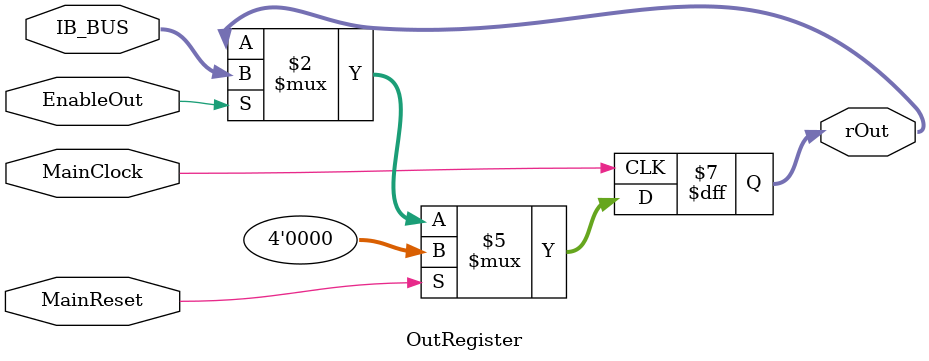
<source format=v>

`default_nettype none

module OutRegister #
(
	parameter N = 4
)
(
	input MainClock,
	input MainReset,
	input EnableOut,
	input [N-1:0] IB_BUS,
	output reg [N-1:0] rOut
);

	always@(posedge MainClock) begin
		
		if(MainReset)
			rOut <= {N{1'b0}};
		
		else if(EnableOut)
			rOut <= IB_BUS;
			
	end	
			

endmodule

`default_nettype wire

</source>
